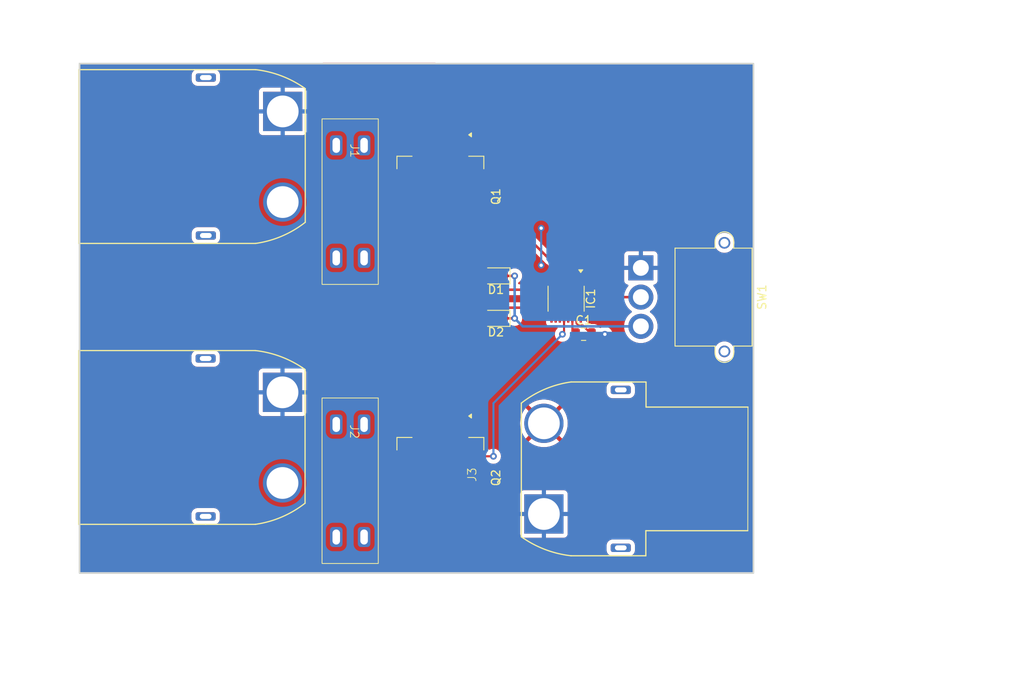
<source format=kicad_pcb>
(kicad_pcb (version 20240108) (generator "pcbnew") (generator_version "8.0")
  (layers (0 "F.Cu" mixed) (31 "B.Cu" mixed) (34 "B.Paste" user) (35 "F.Paste" user) (36 "B.SilkS" user "B.Silkscreen") (37 "F.SilkS" user "F.Silkscreen") (38 "B.Mask" user) (39 "F.Mask" user) (44 "Edge.Cuts" user))
  (net 0 "")
  (net 1 "Net-(IC1-Vcc)")
  (net 2 "GND")
  (net 3 "Net-(J1-+)")
  (net 4 "Net-(D1-K)")
  (net 5 "Net-(D1-A)")
  (net 6 "Net-(D2-A)")
  (net 7 "Net-(J2-+)")
  (net 8 "Net-(IC1-OUT1)")
  (net 9 "Net-(IC1-EN1)")
  (net 12 "Net-(IC1-GATE2)")
  (net 17 "Net-(IC1-GATE1)")
  (footprint "Package_SO:MSOP-16_3x4mm_P0.5mm" (layer "F.Cu") (at 336.995 249.745 -90)
    (property "Reference" "IC1" (at 0 -2.95 90) (layer "F.SilkS"))
    (property "Value" "~")
    (fp_line (start 0 2.16) (end -1.5 2.16) (stroke (width 0.12)) (layer "F.SilkS"))
    (fp_line (start 0 2.16) (end 1.5 2.16) (stroke (width 0.12)) (layer "F.SilkS"))
    (fp_line (start 0 -2.16) (end -1.5 -2.16) (stroke (width 0.12)) (layer "F.SilkS"))
    (fp_line (start 0 -2.16) (end 1.5 -2.16) (stroke (width 0.12)) (layer "F.SilkS"))
    (fp_poly (pts (xy -3.135 -1.75) (xy -3.465 -1.99) (xy -3.465 -1.51) (xy -3.135 -1.75)) (stroke (width 0.12)) (fill solid) (layer "F.SilkS"))
    (pad "1" smd roundrect (at -2.15 -1.75 270) (size 1.45 0.3) (layers "F.Cu" "F.Paste" "F.Mask") (net 9 "Net-(IC1-EN1)"))
    (pad "2" smd roundrect (at -2.15 -1.25 270) (size 1.45 0.3) (layers "F.Cu" "F.Paste" "F.Mask"))
    (pad "3" smd roundrect (at -2.15 -0.75 270) (size 1.45 0.3) (layers "F.Cu" "F.Paste" "F.Mask"))
    (pad "4" smd roundrect (at -2.15 -0.25 270) (size 1.45 0.3) (layers "F.Cu" "F.Paste" "F.Mask") (net 5 "Net-(D1-A)"))
    (pad "5" smd roundrect (at -2.15 0.25 270) (size 1.45 0.3) (layers "F.Cu" "F.Paste" "F.Mask") (net 12 "Net-(IC1-GATE2)"))
    (pad "6" smd roundrect (at -2.15 0.75 270) (size 1.45 0.3) (layers "F.Cu" "F.Paste" "F.Mask"))
    (pad "7" smd roundrect (at -2.15 1.25 270) (size 1.45 0.3) (layers "F.Cu" "F.Paste" "F.Mask") (net 8 "Net-(IC1-OUT1)"))
    (pad "8" smd roundrect (at -2.15 1.75 270) (size 1.45 0.3) (layers "F.Cu" "F.Paste" "F.Mask"))
    (pad "9" smd roundrect (at 2.15 1.75 270) (size 1.45 0.3) (layers "F.Cu" "F.Paste" "F.Mask"))
    (pad "10" smd roundrect (at 2.15 1.25 270) (size 1.45 0.3) (layers "F.Cu" "F.Paste" "F.Mask") (net 8 "Net-(IC1-OUT1)"))
    (pad "11" smd roundrect (at 2.15 0.75 270) (size 1.45 0.3) (layers "F.Cu" "F.Paste" "F.Mask"))
    (pad "12" smd roundrect (at 2.15 0.25 270) (size 1.45 0.3) (layers "F.Cu" "F.Paste" "F.Mask") (net 17 "Net-(IC1-GATE1)"))
    (pad "13" smd roundrect (at 2.15 -0.25 270) (size 1.45 0.3) (layers "F.Cu" "F.Paste" "F.Mask") (net 6 "Net-(D2-A)"))
    (pad "14" smd roundrect (at 2.15 -0.75 270) (size 1.45 0.3) (layers "F.Cu" "F.Paste" "F.Mask") (net 1 "Net-(IC1-Vcc)"))
    (pad "15" smd roundrect (at 2.15 -1.25 270) (size 1.45 0.3) (layers "F.Cu" "F.Paste" "F.Mask") (net 2 "GND"))
    (pad "16" smd roundrect (at 2.15 -1.75 270) (size 1.45 0.3) (layers "F.Cu" "F.Paste" "F.Mask") (net 9 "Net-(IC1-EN1)"))
  )
  (footprint "Capacitor_SMD:C_0805_2012Metric" (layer "F.Cu") (at 339.09 254)
    (property "Reference" "C1" (at 0 -1.68 0) (layer "F.SilkS"))
    (property "Value" "1uF")
    (fp_line (start -0.261252 -0.735) (end 0.261252 -0.735) (stroke (width 0.12)) (layer "F.SilkS"))
    (fp_line (start -0.261252 0.735) (end 0.261252 0.735) (stroke (width 0.12)) (layer "F.SilkS"))
    (pad "1" smd roundrect (at -0.95 0) (size 1 1.45) (layers "F.Cu" "F.Paste" "F.Mask") (net 1 "Net-(IC1-Vcc)"))
    (pad "2" smd roundrect (at 0.95 0) (size 1 1.45) (layers "F.Cu" "F.Paste" "F.Mask") (net 2 "GND"))
  )
  (footprint "2023Footprints:XT90PW-M" (layer "F.Cu") (at 293.875 232.33 -90)
    (property "Reference" "J1" (at -0.3 -17.8 -90) (layer "F.SilkS") (effects (font (thickness 0.1))))
    (property "Value" "Battery 1 Input")
    (fp_line (start -10 15.2) (end 10.8 15.2) (stroke (width 0.15)) (layer "F.SilkS"))
    (fp_line (start 10.8 15.2) (end 10.8 0) (stroke (width 0.15)) (layer "F.SilkS"))
    (fp_line (start -10 0) (end -10 15.2) (stroke (width 0.15)) (layer "F.SilkS"))
    (fp_line (start -10 0) (end -10 -5.95) (stroke (width 0.15)) (layer "F.SilkS"))
    (fp_line (start 10.8 0) (end 10.8 -5.95) (stroke (width 0.15)) (layer "F.SilkS"))
    (fp_line (start -7.73 -11.9) (end 8.27 -11.9) (stroke (width 0.15)) (layer "F.SilkS"))
    (fp_arc (start -10 -5.95) (mid -9.244386 -9.06974) (end -7.73 -11.9) (stroke (width 0.15)) (layer "F.SilkS"))
    (fp_arc (start 8.27 -11.9) (mid 9.929111 -9.09258) (end 10.8 -5.95) (stroke (width 0.15)) (layer "F.SilkS"))
    (pad "1" thru_hole circle (at 5.85 -9.2 270) (size 4.7 4.7) (drill 3.8) (layers "*.Cu" "*.Mask") (net 3 "Net-(J1-+)"))
    (pad "2" thru_hole rect (at -5 -9.2 270) (size 4.7 4.7) (drill 3.8) (layers "*.Cu" "*.Mask") (net 2 "GND"))
    (pad "3" thru_hole roundrect (at 9.85 0 270) (size 1 2.4) (drill oval 0.6 1.4) (layers "*.Cu" "*.Mask"))
    (pad "4" thru_hole roundrect (at -9.05 0 270) (size 1 2.4) (drill oval 0.6 1.4) (layers "*.Cu" "*.Mask"))
  )
  (footprint "2023Footprints:3557-15" (layer "F.Cu") (at 311.15 271.53 -90)
    (property "Reference" "F2" (hide yes))
    (property "Value" "30A")
    (fp_rect (start -9.905 -3.365) (end 9.905 3.365) (stroke (width 0.1)) (fill none) (layer "F.SilkS"))
    (pad "1" thru_hole roundrect (at -6.735 -1.665 270) (size 2.4 1.5) (drill oval 1.8 0.9) (layers "*.Cu" "*.Mask") (net 6 "Net-(D2-A)"))
    (pad "1" thru_hole roundrect (at -6.735 1.665 270) (size 2.4 1.5) (drill oval 1.8 0.9) (layers "*.Cu" "*.Mask") (net 6 "Net-(D2-A)"))
    (pad "2" thru_hole roundrect (at 6.735 -1.665 270) (size 2.4 1.5) (drill oval 1.8 0.9) (layers "*.Cu" "*.Mask") (net 7 "Net-(J2-+)"))
    (pad "2" thru_hole roundrect (at 6.735 1.665 270) (size 2.4 1.5) (drill oval 1.8 0.9) (layers "*.Cu" "*.Mask") (net 7 "Net-(J2-+)"))
  )
  (footprint "Package_TO_SOT_SMD:TO-263-2" (layer "F.Cu") (at 321.945 237.52 -90)
    (property "Reference" "Q1" (at 0 -6.65 90) (layer "F.SilkS"))
    (property "Value" "NMOS")
    (fp_line (start -4.825 5.2) (end -4.825 3.39) (stroke (width 0.12)) (layer "F.SilkS"))
    (fp_line (start -3.325 5.2) (end -4.825 5.2) (stroke (width 0.12)) (layer "F.SilkS"))
    (fp_line (start -4.825 -5.2) (end -4.825 -3.39) (stroke (width 0.12)) (layer "F.SilkS"))
    (fp_line (start -3.325 -5.2) (end -4.825 -5.2) (stroke (width 0.12)) (layer "F.SilkS"))
    (fp_poly (pts (xy -7.3875 -3.39) (xy -7.6275 -3.72) (xy -7.1475 -3.72) (xy -7.3875 -3.39)) (stroke (width 0.12)) (fill solid) (layer "F.SilkS"))
    (pad "1" smd roundrect (at -7.65 -2.54 270) (size 4.6 1.1) (layers "F.Cu" "F.Paste" "F.Mask") (roundrect_rratio 0.227273) (net 8 "Net-(IC1-OUT1)"))
    (pad "2" smd roundrect (at -0.925 -2.775 270) (size 4.55 5.25) (layers "F.Cu" "F.Paste") (roundrect_rratio 0.054945) (net 12 "Net-(IC1-GATE2)"))
    (pad "2" smd roundrect (at -0.925 2.775 270) (size 4.55 5.25) (layers "F.Cu" "F.Paste") (roundrect_rratio 0.054945) (net 12 "Net-(IC1-GATE2)"))
    (pad "2" smd roundrect (at 1.5 0 270) (size 9.4 10.8) (layers "F.Cu" "F.Mask") (roundrect_rratio 0.026596) (net 12 "Net-(IC1-GATE2)"))
    (pad "2" smd roundrect (at 3.925 -2.775 270) (size 4.55 5.25) (layers "F.Cu" "F.Paste") (roundrect_rratio 0.054945) (net 12 "Net-(IC1-GATE2)"))
    (pad "2" smd roundrect (at 3.925 2.775 270) (size 4.55 5.25) (layers "F.Cu" "F.Paste") (roundrect_rratio 0.054945) (net 12 "Net-(IC1-GATE2)"))
    (pad "3" smd roundrect (at -7.65 2.54 270) (size 4.6 1.1) (layers "F.Cu" "F.Paste" "F.Mask") (roundrect_rratio 0.227273) (net 5 "Net-(D1-A)"))
  )
  (footprint "Diode_SMD:D_0805_2012Metric" (layer "F.Cu") (at 328.5975 247.015 180)
    (property "Reference" "D1" (at 0 -1.65 180) (layer "F.SilkS"))
    (property "Value" "BAT41")
    (fp_line (start 1 -0.96) (end -1.685 -0.96) (stroke (width 0.12)) (layer "F.SilkS"))
    (fp_line (start -1.685 0.96) (end 1 0.96) (stroke (width 0.12)) (layer "F.SilkS"))
    (fp_line (start -1.685 -0.96) (end -1.685 0.96) (stroke (width 0.12)) (layer "F.SilkS"))
    (pad "1" smd roundrect (at -0.9375 0 180) (size 0.975 1.4) (layers "F.Cu" "F.Paste" "F.Mask") (net 4 "Net-(D1-K)"))
    (pad "2" smd roundrect (at 0.9375 0 180) (size 0.975 1.4) (layers "F.Cu" "F.Paste" "F.Mask") (net 5 "Net-(D1-A)"))
  )
  (footprint "2023Footprints:3557-15" (layer "F.Cu") (at 311.15 238.125 -90)
    (property "Reference" "F1" (hide yes))
    (property "Value" "30A")
    (fp_rect (start -9.905 -3.365) (end 9.905 3.365) (stroke (width 0.1)) (fill none) (layer "F.SilkS"))
    (pad "1" thru_hole roundrect (at -6.735 -1.665 270) (size 2.4 1.5) (drill oval 1.8 0.9) (layers "*.Cu" "*.Mask") (net 5 "Net-(D1-A)"))
    (pad "1" thru_hole roundrect (at -6.735 1.665 270) (size 2.4 1.5) (drill oval 1.8 0.9) (layers "*.Cu" "*.Mask") (net 5 "Net-(D1-A)"))
    (pad "2" thru_hole roundrect (at 6.735 -1.665 270) (size 2.4 1.5) (drill oval 1.8 0.9) (layers "*.Cu" "*.Mask") (net 3 "Net-(J1-+)"))
    (pad "2" thru_hole roundrect (at 6.735 1.665 270) (size 2.4 1.5) (drill oval 1.8 0.9) (layers "*.Cu" "*.Mask") (net 3 "Net-(J1-+)"))
  )
  (footprint "Package_TO_SOT_SMD:TO-263-2" (layer "F.Cu") (at 321.945 271.175 -90)
    (property "Reference" "Q2" (at 0 -6.65 90) (layer "F.SilkS"))
    (property "Value" "NMOS")
    (fp_line (start -4.825 5.2) (end -4.825 3.39) (stroke (width 0.12)) (layer "F.SilkS"))
    (fp_line (start -3.325 5.2) (end -4.825 5.2) (stroke (width 0.12)) (layer "F.SilkS"))
    (fp_line (start -4.825 -5.2) (end -4.825 -3.39) (stroke (width 0.12)) (layer "F.SilkS"))
    (fp_line (start -3.325 -5.2) (end -4.825 -5.2) (stroke (width 0.12)) (layer "F.SilkS"))
    (fp_poly (pts (xy -7.3875 -3.39) (xy -7.6275 -3.72) (xy -7.1475 -3.72) (xy -7.3875 -3.39)) (stroke (width 0.12)) (fill solid) (layer "F.SilkS"))
    (pad "1" smd roundrect (at -7.65 -2.54 270) (size 4.6 1.1) (layers "F.Cu" "F.Paste" "F.Mask") (roundrect_rratio 0.227273) (net 8 "Net-(IC1-OUT1)"))
    (pad "2" smd roundrect (at -0.925 -2.775 270) (size 4.55 5.25) (layers "F.Cu" "F.Paste") (roundrect_rratio 0.054945) (net 17 "Net-(IC1-GATE1)"))
    (pad "2" smd roundrect (at -0.925 2.775 270) (size 4.55 5.25) (layers "F.Cu" "F.Paste") (roundrect_rratio 0.054945) (net 17 "Net-(IC1-GATE1)"))
    (pad "2" smd roundrect (at 1.5 0 270) (size 9.4 10.8) (layers "F.Cu" "F.Mask") (roundrect_rratio 0.026596) (net 17 "Net-(IC1-GATE1)"))
    (pad "2" smd roundrect (at 3.925 -2.775 270) (size 4.55 5.25) (layers "F.Cu" "F.Paste") (roundrect_rratio 0.054945) (net 17 "Net-(IC1-GATE1)"))
    (pad "2" smd roundrect (at 3.925 2.775 270) (size 4.55 5.25) (layers "F.Cu" "F.Paste") (roundrect_rratio 0.054945) (net 17 "Net-(IC1-GATE1)"))
    (pad "3" smd roundrect (at -7.65 2.54 270) (size 4.6 1.1) (layers "F.Cu" "F.Paste" "F.Mask") (roundrect_rratio 0.227273) (net 6 "Net-(D2-A)"))
  )
  (footprint "2023Footprints:XT90PW-F" (layer "F.Cu") (at 343.535 270.51 90)
    (property "Reference" "J3" (at -0.3 -17.8 90) (layer "F.SilkS") (effects (font (thickness 0.1))))
    (property "Value" "Output")
    (fp_line (start -7.73 -11.9) (end 8.27 -11.9) (stroke (width 0.15)) (layer "F.SilkS"))
    (fp_line (start 10.8 0) (end 10.8 -5.95) (stroke (width 0.15)) (layer "F.SilkS"))
    (fp_line (start -10 0) (end -10 -5.95) (stroke (width 0.15)) (layer "F.SilkS"))
    (fp_line (start -10 0) (end -10 3) (stroke (width 0.15)) (layer "F.SilkS"))
    (fp_line (start 10.795 0.024) (end 10.795 3.024) (stroke (width 0.15)) (layer "F.SilkS"))
    (fp_line (start -7 3) (end -7 15.2) (stroke (width 0.15)) (layer "F.SilkS"))
    (fp_line (start -10 3) (end -7 3) (stroke (width 0.15)) (layer "F.SilkS"))
    (fp_line (start 7.795 3.024) (end 10.795 3.024) (stroke (width 0.15)) (layer "F.SilkS"))
    (fp_line (start 7.795 3.024) (end 7.795 15.224) (stroke (width 0.15)) (layer "F.SilkS"))
    (fp_line (start 7.795 15.224) (end -7 15.2) (stroke (width 0.1)) (layer "F.SilkS"))
    (fp_arc (start 8.27 -11.9) (mid 9.929111 -9.09258) (end 10.8 -5.95) (stroke (width 0.15)) (layer "F.SilkS"))
    (fp_arc (start -10 -5.95) (mid -9.244386 -9.06974) (end -7.73 -11.9) (stroke (width 0.15)) (layer "F.SilkS"))
    (pad "1" thru_hole circle (at 5.85 -9.2 90) (size 4.7 4.7) (drill 3.8) (layers "*.Cu" "*.Mask") (net 8 "Net-(IC1-OUT1)"))
    (pad "2" thru_hole rect (at -5 -9.2 90) (size 4.7 4.7) (drill 3.8) (layers "*.Cu" "*.Mask") (net 2 "GND"))
    (pad "3" thru_hole roundrect (at 9.85 0 90) (size 1 2.4) (drill oval 0.6 1.4) (layers "*.Cu" "*.Mask"))
    (pad "4" thru_hole roundrect (at -9.05 0 90) (size 1 2.4) (drill oval 0.6 1.4) (layers "*.Cu" "*.Mask"))
  )
  (footprint "2023Footprints:XT90PW-M" (layer "F.Cu") (at 293.85 265.95 -90)
    (property "Reference" "J2" (at -0.3 -17.8 -90) (layer "F.SilkS") (effects (font (thickness 0.1))))
    (property "Value" "Battery 2 Input ")
    (fp_line (start -10 15.2) (end 10.8 15.2) (stroke (width 0.15)) (layer "F.SilkS"))
    (fp_line (start 10.8 15.2) (end 10.8 0) (stroke (width 0.15)) (layer "F.SilkS"))
    (fp_line (start -10 0) (end -10 15.2) (stroke (width 0.15)) (layer "F.SilkS"))
    (fp_line (start -10 0) (end -10 -5.95) (stroke (width 0.15)) (layer "F.SilkS"))
    (fp_line (start 10.8 0) (end 10.8 -5.95) (stroke (width 0.15)) (layer "F.SilkS"))
    (fp_line (start -7.73 -11.9) (end 8.27 -11.9) (stroke (width 0.15)) (layer "F.SilkS"))
    (fp_arc (start -10 -5.95) (mid -9.244386 -9.06974) (end -7.73 -11.9) (stroke (width 0.15)) (layer "F.SilkS"))
    (fp_arc (start 8.27 -11.9) (mid 9.929111 -9.09258) (end 10.8 -5.95) (stroke (width 0.15)) (layer "F.SilkS"))
    (pad "1" thru_hole circle (at 5.85 -9.2 270) (size 4.7 4.7) (drill 3.8) (layers "*.Cu" "*.Mask") (net 7 "Net-(J2-+)"))
    (pad "2" thru_hole rect (at -5 -9.2 270) (size 4.7 4.7) (drill 3.8) (layers "*.Cu" "*.Mask") (net 2 "GND"))
    (pad "3" thru_hole roundrect (at 9.85 0 270) (size 1 2.4) (drill oval 0.6 1.4) (layers "*.Cu" "*.Mask"))
    (pad "4" thru_hole roundrect (at -9.05 0 270) (size 1 2.4) (drill oval 0.6 1.4) (layers "*.Cu" "*.Mask"))
  )
  (footprint "Diode_SMD:D_0805_2012Metric" (layer "F.Cu") (at 328.5975 252.095 180)
    (property "Reference" "D2" (at 0 -1.65 180) (layer "F.SilkS"))
    (property "Value" "BAT41")
    (fp_line (start 1 -0.96) (end -1.685 -0.96) (stroke (width 0.12)) (layer "F.SilkS"))
    (fp_line (start -1.685 0.96) (end 1 0.96) (stroke (width 0.12)) (layer "F.SilkS"))
    (fp_line (start -1.685 -0.96) (end -1.685 0.96) (stroke (width 0.12)) (layer "F.SilkS"))
    (pad "1" smd roundrect (at -0.9375 0 180) (size 0.975 1.4) (layers "F.Cu" "F.Paste" "F.Mask") (net 4 "Net-(D1-K)"))
    (pad "2" smd roundrect (at 0.9375 0 180) (size 0.975 1.4) (layers "F.Cu" "F.Paste" "F.Mask") (net 6 "Net-(D2-A)"))
  )
  (footprint "2023Footprints:MR30PW-M" (layer "F.Cu") (at 345.94 246.055 -90)
    (property "Reference" "SW1" (at 3.5 -14.5 90) (layer "F.SilkS"))
    (property "Value" "Power Switch")
    (fp_line (start -2.36 -4.09) (end 9.36 -4.09) (stroke (width 0.12)) (layer "F.SilkS"))
    (fp_line (start -3.2 -8.89) (end -2.36 -8.89) (stroke (width 0.12)) (layer "F.SilkS"))
    (fp_line (start -2.36 -8.89) (end -2.36 -4.09) (stroke (width 0.12)) (layer "F.SilkS"))
    (fp_line (start 9.36 -8.89) (end 9.36 -4.09) (stroke (width 0.12)) (layer "F.SilkS"))
    (fp_line (start 9.36 -8.89) (end 10.2 -8.89) (stroke (width 0.12)) (layer "F.SilkS"))
    (fp_line (start -3.2 -11.11) (end -2.36 -11.11) (stroke (width 0.12)) (layer "F.SilkS"))
    (fp_line (start 9.36 -11.11) (end 10.2 -11.11) (stroke (width 0.12)) (layer "F.SilkS"))
    (fp_line (start -2.36 -13.31) (end -2.36 -11.11) (stroke (width 0.12)) (layer "F.SilkS"))
    (fp_line (start -2.36 -13.31) (end 9.36 -13.31) (stroke (width 0.12)) (layer "F.SilkS"))
    (fp_line (start 9.36 -13.31) (end 9.36 -11.11) (stroke (width 0.12)) (layer "F.SilkS"))
    (fp_arc (start -3.2 -8.89) (mid -4.31 -10) (end -3.2 -11.11) (stroke (width 0.12)) (layer "F.SilkS"))
    (fp_arc (start 10.2 -11.11) (mid 11.31 -10) (end 10.2 -8.89) (stroke (width 0.12)) (layer "F.SilkS"))
    (pad "" thru_hole circle (at -3 -10 270) (size 1.4 1.4) (drill 1) (layers "*.Cu" "*.Mask"))
    (pad "" thru_hole circle (at 10 -10 270) (size 1.4 1.4) (drill 1) (layers "*.Cu" "*.Mask"))
    (pad "1" thru_hole rect (at 0 0 270) (size 3 3) (drill 1.9) (layers "*.Cu" "*.Mask") (net 2 "GND"))
    (pad "2" thru_hole circle (at 3.5 0 270) (size 3 3) (drill 1.9) (layers "*.Cu" "*.Mask") (net 9 "Net-(IC1-EN1)"))
    (pad "3" thru_hole circle (at 7 0 270) (size 3 3) (drill 1.9) (layers "*.Cu" "*.Mask") (net 4 "Net-(D1-K)"))
  )
  (gr_rect (start 307.975 221.615) (end 321.31 233.68) (stroke (width 0.2)) (fill solid) (layer "F.Cu") (net 5))
  (gr_rect (start 299.72 234.95) (end 314.325 248.285) (stroke (width 0.2)) (fill solid) (layer "F.Cu") (net 3))
  (gr_rect (start 299.72 268.2875) (end 314.325 281.6225) (stroke (width 0.2)) (fill solid) (layer "F.Cu") (net 7))
  (gr_rect (start 307.975 254.9525) (end 321.31 267.0175) (stroke (width 0.2)) (fill solid) (layer "F.Cu") (net 6))
  (gr_rect (start 278.765 221.615) (end 359.41 282.575) (stroke (width 0.2)) (fill none) (layer "Edge.Cuts"))
  (segment (start 337.745 253.605) (end 337.745 251.895) (width 0.25) (layer "F.Cu") (net 1))
  (segment (start 338.14 254) (end 337.745 253.605) (width 0.25) (layer "F.Cu") (net 1))
  (segment (start 338.245 252.687764) (end 338.245 251.895) (width 0.25) (layer "F.Cu") (net 2))
  (segment (start 340.04 254) (end 338.985 252.945) (width 0.25) (layer "F.Cu") (net 2))
  (segment (start 338.502236 252.945) (end 338.245 252.687764) (width 0.25) (layer "F.Cu") (net 2))
  (segment (start 338.985 252.945) (end 338.502236 252.945) (width 0.25) (layer "F.Cu") (net 2))
  (segment (start 340.04 254) (end 341.63 254) (width 0.25) (layer "F.Cu") (net 2))
  (via (at 341.63 254) (size 0.8) (drill 0.4) (layers "F.Cu" "B.Cu") (net 2))
  (segment (start 329.535 247.015) (end 330.835 247.015) (width 0.3) (layer "F.Cu") (net 4))
  (segment (start 329.535 252.095) (end 330.835 252.095) (width 0.3) (layer "F.Cu") (net 4))
  (via (at 330.835 252.095) (size 0.8) (drill 0.4) (layers "F.Cu" "B.Cu") (net 4))
  (via (at 330.835 247.015) (size 0.8) (drill 0.4) (layers "F.Cu" "B.Cu") (net 4))
  (segment (start 330.835 252.095) (end 331.795 253.055) (width 0.3) (layer "B.Cu") (net 4))
  (segment (start 330.835 252.095) (end 330.835 247.015) (width 0.3) (layer "B.Cu") (net 4))
  (segment (start 331.795 253.055) (end 345.94 253.055) (width 0.3) (layer "B.Cu") (net 4))
  (segment (start 315.595 228.6) (end 315.595 247.015) (width 0.3) (layer "F.Cu") (net 5))
  (segment (start 336.99812 248.67) (end 329.315 248.67) (width 0.3) (layer "F.Cu") (net 5))
  (segment (start 337.245 247.595) (end 337.245 248.42312) (width 0.3) (layer "F.Cu") (net 5))
  (segment (start 315.595 247.015) (end 327.66 247.015) (width 0.3) (layer "F.Cu") (net 5))
  (segment (start 337.245 248.42312) (end 336.99812 248.67) (width 0.3) (layer "F.Cu") (net 5))
  (segment (start 329.315 248.67) (end 327.66 247.015) (width 0.3) (layer "F.Cu") (net 5))
  (segment (start 314.6425 227.6475) (end 315.595 228.6) (width 0.3) (layer "F.Cu") (net 5))
  (segment (start 315.595 252.095) (end 327.66 252.095) (width 0.3) (layer "F.Cu") (net 6))
  (segment (start 328.935 250.82) (end 337.18 250.82) (width 0.3) (layer "F.Cu") (net 6))
  (segment (start 315.595 260.0325) (end 315.595 252.095) (width 0.3) (layer "F.Cu") (net 6))
  (segment (start 314.6425 260.985) (end 315.595 260.0325) (width 0.3) (layer "F.Cu") (net 6))
  (segment (start 327.66 252.095) (end 328.935 250.82) (width 0.3) (layer "F.Cu") (net 6))
  (segment (start 337.245 250.885) (end 337.245 251.895) (width 0.3) (layer "F.Cu") (net 6))
  (segment (start 337.18 250.82) (end 337.245 250.885) (width 0.3) (layer "F.Cu") (net 6))
  (segment (start 335.745 247.595) (end 335.745 246.802236) (width 0.25) (layer "F.Cu") (net 8))
  (segment (start 334.687764 245.745) (end 334.01 245.745) (width 0.25) (layer "F.Cu") (net 8))
  (segment (start 335.745 246.802236) (end 334.687764 245.745) (width 0.25) (layer "F.Cu") (net 8))
  (via (at 334.01 241.3) (size 0.8) (drill 0.4) (layers "F.Cu" "B.Cu") (net 8))
  (via (at 334.01 245.745) (size 0.8) (drill 0.4) (layers "F.Cu" "B.Cu") (net 8))
  (segment (start 334.01 245.745) (end 334.01 241.3) (width 0.25) (layer "B.Cu") (net 8))
  (segment (start 340.705 249.555) (end 345.94 249.555) (width 0.3) (layer "F.Cu") (net 9))
  (segment (start 340.705 249.935) (end 340.705 249.555) (width 0.3) (layer "F.Cu") (net 9))
  (segment (start 338.745 251.895) (end 340.705 249.935) (width 0.3) (layer "F.Cu") (net 9))
  (segment (start 338.745 247.595) (end 340.705 249.555) (width 0.3) (layer "F.Cu") (net 9))
  (segment (start 336.745 246.76688) (end 331.42312 241.445) (width 0.3) (layer "F.Cu") (net 12))
  (segment (start 331.42312 241.445) (end 324.72 241.445) (width 0.3) (layer "F.Cu") (net 12))
  (segment (start 336.745 247.595) (end 336.745 246.76688) (width 0.3) (layer "F.Cu") (net 12))
  (segment (start 326.365 268.605) (end 324.72 270.25) (width 0.25) (layer "F.Cu") (net 17))
  (segment (start 328.295 268.605) (end 326.365 268.605) (width 0.25) (layer "F.Cu") (net 17))
  (segment (start 336.745 253.805) (end 336.745 251.895) (width 0.25) (layer "F.Cu") (net 17))
  (segment (start 336.55 254) (end 336.745 253.805) (width 0.25) (layer "F.Cu") (net 17))
  (via (at 336.55 254) (size 0.8) (drill 0.4) (layers "F.Cu" "B.Cu") (net 17))
  (via (at 328.295 268.605) (size 0.8) (drill 0.4) (layers "F.Cu" "B.Cu") (net 17))
  (segment (start 328.295 262.255) (end 336.55 254) (width 0.25) (layer "B.Cu") (net 17))
  (segment (start 328.295 268.605) (end 328.295 262.255) (width 0.25) (layer "B.Cu") (net 17))
  (zone (net 8) (net_name "Net-(IC1-OUT1)") (layer "F.Cu") (priority 1) (connect_pads (clearance 0.5)) (min_thickness 0.25) (fill yes (thermal_gap 0.5) (thermal_bridge_width 0.5))
    (polygon (pts (xy 269.24 213.995) (xy 370.84 213.995) (xy 370.84 295.275) (xy 269.24 295.275)))
  )
  (zone (net 2) (net_name "GND") (layer "B.Cu") (connect_pads (clearance 0.5)) (min_thickness 0.25) (fill yes (thermal_gap 0.5) (thermal_bridge_width 0.5))
    (polygon (pts (xy 274.955 218.44) (xy 275.59 283.845) (xy 391.795 283.21) (xy 391.16 217.805)))
  )
)
</source>
